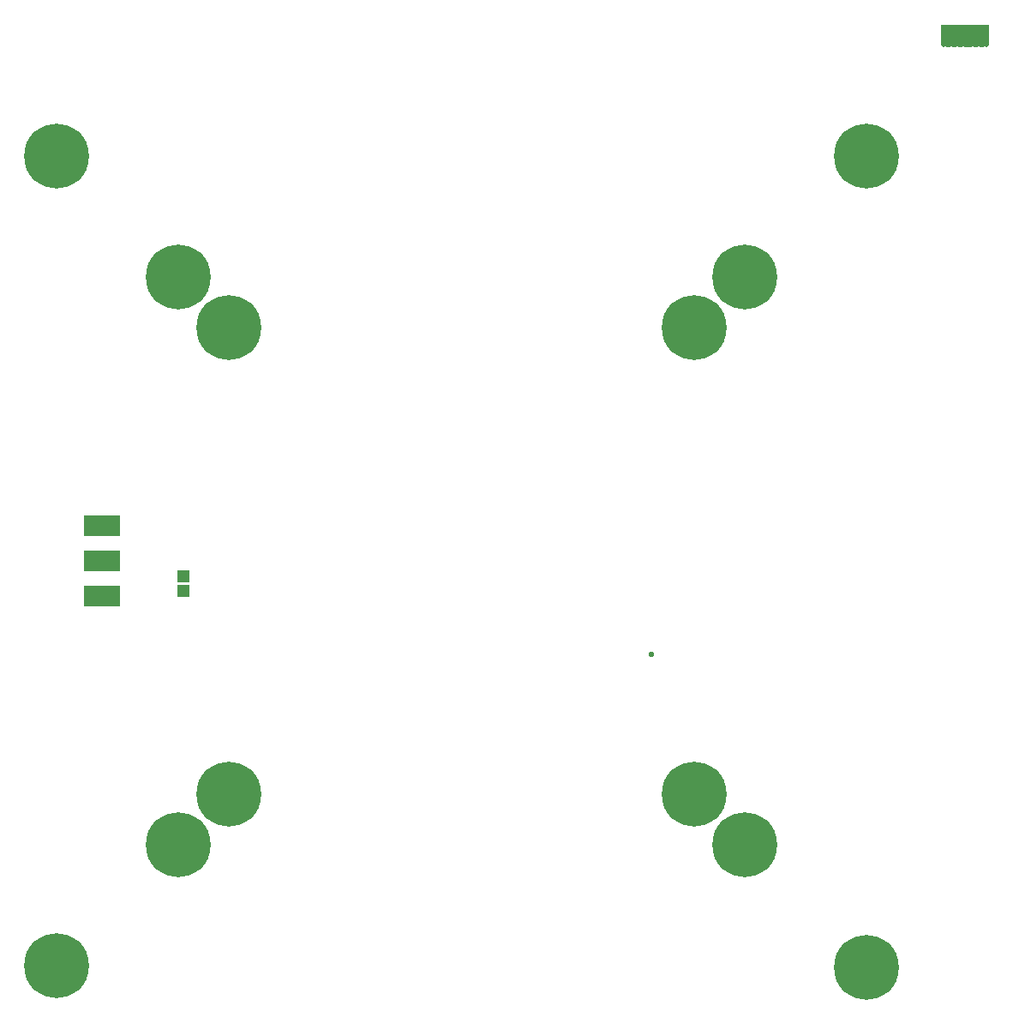
<source format=gbr>
%TF.GenerationSoftware,Altium Limited,Altium Designer,24.0.1 (36)*%
G04 Layer_Color=16711935*
%FSLAX25Y25*%
%MOIN*%
%TF.SameCoordinates,674ED1FF-067C-45DD-8C41-4F82C3FA2B26*%
%TF.FilePolarity,Negative*%
%TF.FileFunction,Soldermask,Bot*%
%TF.Part,Single*%
G01*
G75*
%TA.AperFunction,SMDPad,CuDef*%
%ADD62R,0.14370X0.08071*%
%ADD64R,0.04724X0.04724*%
%TA.AperFunction,ViaPad*%
%ADD69C,0.25197*%
%ADD70C,0.02165*%
G36*
X381941Y385627D02*
X381992Y385617D01*
X382041Y385601D01*
X382087Y385578D01*
X382130Y385549D01*
X382169Y385515D01*
X382203Y385476D01*
X382231Y385434D01*
X382254Y385387D01*
X382271Y385338D01*
X382281Y385288D01*
X382284Y385236D01*
Y377756D01*
X382281Y377704D01*
X382271Y377654D01*
X382254Y377605D01*
X382231Y377559D01*
X382203Y377516D01*
X382169Y377477D01*
X381775Y377083D01*
X381775Y377083D01*
X381736Y377049D01*
X381693Y377021D01*
X381647Y376998D01*
X381598Y376981D01*
X381548Y376971D01*
X381496Y376968D01*
X381102D01*
X381051Y376971D01*
X381000Y376981D01*
X380951Y376998D01*
X380905Y377021D01*
X380862Y377049D01*
X380823Y377083D01*
X380683Y377223D01*
X380679Y377211D01*
X380657Y377165D01*
X380628Y377122D01*
X380594Y377083D01*
X380555Y377049D01*
X380512Y377021D01*
X380466Y376998D01*
X380417Y376981D01*
X380366Y376971D01*
X380315Y376968D01*
X379921D01*
X379870Y376971D01*
X379819Y376981D01*
X379770Y376998D01*
X379724Y377021D01*
X379681Y377049D01*
X379642Y377083D01*
X379608Y377122D01*
X379580Y377165D01*
X379557Y377211D01*
X379553Y377223D01*
X379413Y377083D01*
X379374Y377049D01*
X379331Y377021D01*
X379285Y376998D01*
X379236Y376981D01*
X379185Y376971D01*
X379134Y376968D01*
X378740D01*
X378689Y376971D01*
X378638Y376981D01*
X378589Y376998D01*
X378543Y377021D01*
X378500Y377049D01*
X378461Y377083D01*
X378321Y377223D01*
X378317Y377211D01*
X378294Y377165D01*
X378266Y377122D01*
X378232Y377083D01*
X378193Y377049D01*
X378150Y377021D01*
X378104Y376998D01*
X378055Y376981D01*
X378004Y376971D01*
X377953Y376968D01*
X377559D01*
X377507Y376971D01*
X377457Y376981D01*
X377408Y376998D01*
X377362Y377021D01*
X377319Y377049D01*
X377280Y377083D01*
X377246Y377122D01*
X377217Y377165D01*
X377194Y377211D01*
X377190Y377223D01*
X377051Y377083D01*
X377012Y377049D01*
X376969Y377021D01*
X376923Y376998D01*
X376874Y376981D01*
X376823Y376971D01*
X376772Y376968D01*
X376378D01*
X376326Y376971D01*
X376276Y376981D01*
X376227Y376998D01*
X376181Y377021D01*
X376138Y377049D01*
X376099Y377083D01*
X375959Y377223D01*
X375955Y377211D01*
X375932Y377165D01*
X375904Y377122D01*
X375869Y377083D01*
X375831Y377049D01*
X375788Y377021D01*
X375742Y376998D01*
X375693Y376981D01*
X375642Y376971D01*
X375591Y376968D01*
X375197D01*
X375145Y376971D01*
X375095Y376981D01*
X375046Y376998D01*
X375000Y377021D01*
X374957Y377049D01*
X374918Y377083D01*
X374884Y377122D01*
X374855Y377165D01*
X374832Y377211D01*
X374828Y377223D01*
X374688Y377083D01*
X374650Y377049D01*
X374607Y377021D01*
X374560Y376998D01*
X374512Y376981D01*
X374461Y376971D01*
X374410Y376968D01*
X374016D01*
X373964Y376971D01*
X373914Y376981D01*
X373865Y376998D01*
X373818Y377021D01*
X373776Y377049D01*
X373737Y377083D01*
X373597Y377223D01*
X373593Y377211D01*
X373570Y377165D01*
X373541Y377122D01*
X373507Y377083D01*
X373468Y377049D01*
X373426Y377021D01*
X373379Y376998D01*
X373330Y376981D01*
X373280Y376971D01*
X373228Y376968D01*
X372835D01*
X372783Y376971D01*
X372732Y376981D01*
X372684Y376998D01*
X372637Y377021D01*
X372594Y377049D01*
X372556Y377083D01*
X372522Y377122D01*
X372493Y377165D01*
X372470Y377211D01*
X372466Y377223D01*
X372326Y377083D01*
X372287Y377049D01*
X372245Y377021D01*
X372198Y376998D01*
X372149Y376981D01*
X372099Y376971D01*
X372047Y376968D01*
X371654D01*
X371602Y376971D01*
X371551Y376981D01*
X371503Y376998D01*
X371456Y377021D01*
X371413Y377049D01*
X371375Y377083D01*
X371235Y377223D01*
X371231Y377211D01*
X371208Y377165D01*
X371179Y377122D01*
X371145Y377083D01*
X371106Y377049D01*
X371063Y377021D01*
X371017Y376998D01*
X370968Y376981D01*
X370918Y376971D01*
X370866Y376968D01*
X370472D01*
X370421Y376971D01*
X370370Y376981D01*
X370321Y376998D01*
X370275Y377021D01*
X370232Y377049D01*
X370194Y377083D01*
X370159Y377122D01*
X370131Y377165D01*
X370108Y377211D01*
X370104Y377223D01*
X369964Y377083D01*
X369925Y377049D01*
X369882Y377021D01*
X369836Y376998D01*
X369787Y376981D01*
X369737Y376971D01*
X369685Y376968D01*
X369291D01*
X369240Y376971D01*
X369189Y376981D01*
X369140Y376998D01*
X369094Y377021D01*
X369051Y377049D01*
X369012Y377083D01*
X368872Y377223D01*
X368868Y377211D01*
X368846Y377165D01*
X368817Y377122D01*
X368783Y377083D01*
X368744Y377049D01*
X368701Y377021D01*
X368655Y376998D01*
X368606Y376981D01*
X368555Y376971D01*
X368504Y376968D01*
X368110D01*
X368059Y376971D01*
X368008Y376981D01*
X367959Y376998D01*
X367913Y377021D01*
X367870Y377049D01*
X367831Y377083D01*
X367797Y377122D01*
X367769Y377165D01*
X367746Y377211D01*
X367742Y377223D01*
X367602Y377083D01*
X367563Y377049D01*
X367520Y377021D01*
X367474Y376998D01*
X367425Y376981D01*
X367374Y376971D01*
X367323Y376968D01*
X366929D01*
X366878Y376971D01*
X366827Y376981D01*
X366778Y376998D01*
X366732Y377021D01*
X366689Y377049D01*
X366650Y377083D01*
X366510Y377223D01*
X366506Y377211D01*
X366483Y377165D01*
X366455Y377122D01*
X366421Y377083D01*
X366382Y377049D01*
X366339Y377021D01*
X366293Y376998D01*
X366244Y376981D01*
X366193Y376971D01*
X366142Y376968D01*
X365748D01*
X365697Y376971D01*
X365646Y376981D01*
X365597Y376998D01*
X365551Y377021D01*
X365508Y377049D01*
X365469Y377083D01*
X365435Y377122D01*
X365406Y377165D01*
X365384Y377211D01*
X365380Y377223D01*
X365240Y377083D01*
X365201Y377049D01*
X365158Y377021D01*
X365112Y376998D01*
X365063Y376981D01*
X365012Y376971D01*
X364961Y376968D01*
X364567D01*
X364515Y376971D01*
X364465Y376981D01*
X364416Y376998D01*
X364370Y377021D01*
X364327Y377049D01*
X364288Y377083D01*
X363894Y377477D01*
X363860Y377516D01*
X363832Y377559D01*
X363809Y377605D01*
X363792Y377654D01*
X363782Y377704D01*
X363779Y377756D01*
Y385236D01*
X363782Y385288D01*
X363792Y385338D01*
X363809Y385387D01*
X363832Y385434D01*
X363860Y385476D01*
X363894Y385515D01*
X363933Y385549D01*
X363976Y385578D01*
X364022Y385601D01*
X364071Y385617D01*
X364122Y385627D01*
X364173Y385631D01*
X365354D01*
X365406Y385627D01*
X365456Y385617D01*
X365505Y385601D01*
X365551Y385578D01*
X365597Y385601D01*
X365646Y385617D01*
X365697Y385627D01*
X365748Y385631D01*
X366142D01*
X366193Y385627D01*
X366244Y385617D01*
X366293Y385601D01*
X366339Y385578D01*
X366385Y385601D01*
X366433Y385617D01*
X366484Y385627D01*
X366535Y385631D01*
X367717D01*
X367768Y385627D01*
X367819Y385617D01*
X367867Y385601D01*
X367913Y385578D01*
X367959Y385601D01*
X368008Y385617D01*
X368059Y385627D01*
X368110Y385631D01*
X368504D01*
X368555Y385627D01*
X368606Y385617D01*
X368655Y385601D01*
X368701Y385578D01*
X368747Y385601D01*
X368795Y385617D01*
X368846Y385627D01*
X368898Y385631D01*
X370079D01*
X370130Y385627D01*
X370181Y385617D01*
X370230Y385601D01*
X370276Y385578D01*
X370321Y385601D01*
X370370Y385617D01*
X370421Y385627D01*
X370472Y385631D01*
X370866D01*
X370918Y385627D01*
X370968Y385617D01*
X371017Y385601D01*
X371063Y385578D01*
X371109Y385601D01*
X371158Y385617D01*
X371208Y385627D01*
X371260Y385631D01*
X372441D01*
X372492Y385627D01*
X372543Y385617D01*
X372592Y385601D01*
X372638Y385578D01*
X372684Y385601D01*
X372732Y385617D01*
X372783Y385627D01*
X372835Y385631D01*
X373228D01*
X373280Y385627D01*
X373330Y385617D01*
X373379Y385601D01*
X373425Y385578D01*
X373471Y385601D01*
X373520Y385617D01*
X373571Y385627D01*
X373622Y385631D01*
X374803D01*
X374855Y385627D01*
X374905Y385617D01*
X374954Y385601D01*
X375000Y385578D01*
X375046Y385601D01*
X375095Y385617D01*
X375145Y385627D01*
X375197Y385631D01*
X375591D01*
X375642Y385627D01*
X375693Y385617D01*
X375742Y385601D01*
X375787Y385578D01*
X375833Y385601D01*
X375882Y385617D01*
X375933Y385627D01*
X375984Y385631D01*
X377165D01*
X377217Y385627D01*
X377268Y385617D01*
X377316Y385601D01*
X377362Y385578D01*
X377408Y385601D01*
X377457Y385617D01*
X377507Y385627D01*
X377559Y385631D01*
X377953D01*
X378004Y385627D01*
X378055Y385617D01*
X378104Y385601D01*
X378150Y385578D01*
X378196Y385601D01*
X378244Y385617D01*
X378295Y385627D01*
X378346Y385631D01*
X379528D01*
X379579Y385627D01*
X379630Y385617D01*
X379679Y385601D01*
X379724Y385578D01*
X379770Y385601D01*
X379819Y385617D01*
X379870Y385627D01*
X379921Y385631D01*
X380315D01*
X380366Y385627D01*
X380417Y385617D01*
X380466Y385601D01*
X380512Y385578D01*
X380558Y385601D01*
X380607Y385617D01*
X380657Y385627D01*
X380709Y385631D01*
X381890D01*
X381941Y385627D01*
D02*
G37*
D62*
X37402Y190945D02*
D03*
Y163386D02*
D03*
Y177165D02*
D03*
D64*
X68898Y171260D02*
D03*
X68898Y165354D02*
D03*
D69*
X334646Y334646D02*
D03*
X19685Y334646D02*
D03*
X334646Y19230D02*
D03*
X19685Y19685D02*
D03*
X66929Y287402D02*
D03*
X287402D02*
D03*
X287501Y66915D02*
D03*
X66929Y66929D02*
D03*
X267717Y267717D02*
D03*
X86614D02*
D03*
X267717Y86614D02*
D03*
X86614D02*
D03*
D70*
X251200Y140800D02*
D03*
%TF.MD5,1d7bd45af4232e8a61f91ae6126fc3fb*%
M02*

</source>
